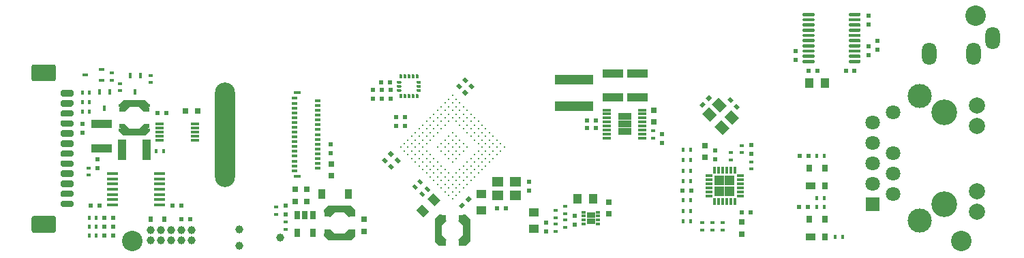
<source format=gbr>
G04 #@! TF.GenerationSoftware,KiCad,Pcbnew,5.1.9-73d0e3b20d~88~ubuntu20.04.1*
G04 #@! TF.CreationDate,2021-01-24T23:08:50+01:00*
G04 #@! TF.ProjectId,CIS,4349532e-6b69-4636-9164-5f7063625858,1.0.0*
G04 #@! TF.SameCoordinates,PX6bc3e40PY635f740*
G04 #@! TF.FileFunction,Soldermask,Top*
G04 #@! TF.FilePolarity,Negative*
%FSLAX46Y46*%
G04 Gerber Fmt 4.6, Leading zero omitted, Abs format (unit mm)*
G04 Created by KiCad (PCBNEW 5.1.9-73d0e3b20d~88~ubuntu20.04.1) date 2021-01-24 23:08:50*
%MOMM*%
%LPD*%
G01*
G04 APERTURE LIST*
%ADD10C,1.000000*%
%ADD11C,3.000000*%
%ADD12C,3.200000*%
%ADD13C,2.000000*%
%ADD14C,1.800000*%
%ADD15R,1.800000X1.800000*%
%ADD16O,2.500000X13.000000*%
%ADD17R,0.650000X0.300000*%
%ADD18R,0.800000X0.300000*%
%ADD19R,0.950000X0.400000*%
%ADD20C,2.540000*%
%ADD21R,1.300000X1.300000*%
%ADD22R,0.850000X0.300000*%
%ADD23R,0.300000X0.850000*%
%ADD24C,1.500000*%
%ADD25R,1.000000X1.250000*%
%ADD26R,0.600000X0.400000*%
%ADD27R,0.400000X0.600000*%
%ADD28R,0.450000X0.700000*%
%ADD29R,0.700000X0.450000*%
%ADD30C,0.250000*%
%ADD31R,0.600000X0.800000*%
%ADD32R,0.750000X0.800000*%
%ADD33R,0.600000X0.500000*%
%ADD34R,0.500000X0.600000*%
%ADD35R,0.800000X0.900000*%
%ADD36R,1.200000X0.900000*%
%ADD37R,0.800000X0.750000*%
%ADD38R,1.000000X2.500000*%
%ADD39R,2.500000X1.000000*%
%ADD40R,1.250000X1.000000*%
%ADD41C,0.990600*%
%ADD42R,0.775000X0.580000*%
%ADD43R,3.890000X0.310000*%
%ADD44R,4.700000X1.200000*%
%ADD45R,0.580000X0.775000*%
%ADD46R,0.310000X3.890000*%
%ADD47R,0.650000X1.060000*%
%ADD48R,1.000000X0.300000*%
%ADD49R,0.825000X0.950000*%
%ADD50R,1.450000X0.450000*%
%ADD51R,1.400000X1.200000*%
%ADD52R,0.900000X1.200000*%
%ADD53R,0.500000X0.300000*%
%ADD54R,0.990000X0.800000*%
%ADD55O,1.800000X2.800000*%
G04 APERTURE END LIST*
D10*
X15560000Y3635000D03*
X18100000Y2365000D03*
X16830000Y3635000D03*
X16830000Y2365000D03*
X18100000Y3635000D03*
X15560000Y2365000D03*
X19370000Y3635000D03*
X19370000Y2365000D03*
X20640000Y3635000D03*
X20640000Y2365000D03*
D11*
X111040000Y20260000D03*
X111040000Y4760000D03*
D12*
X114090000Y18230000D03*
X114090000Y6800000D03*
D13*
X118150000Y19140000D03*
X118150000Y16600000D03*
X118150000Y8420000D03*
D14*
X107740000Y18230000D03*
X105200000Y16960000D03*
X105200000Y14420000D03*
X107740000Y13150000D03*
X105200000Y11880000D03*
X107740000Y10610000D03*
X105200000Y9340000D03*
X107740000Y8070000D03*
D13*
X118150000Y5880000D03*
D15*
X105200000Y6800000D03*
D16*
X24800000Y15500000D03*
D17*
X36300000Y11300000D03*
D18*
X33425000Y11000000D03*
D17*
X36300000Y11900000D03*
X36300000Y12500000D03*
X36300000Y13100000D03*
X36300000Y13700000D03*
X36300000Y14300000D03*
X36300000Y14900000D03*
X36300000Y15500000D03*
X36300000Y16100000D03*
X36300000Y16700000D03*
X36300000Y17300000D03*
X36300000Y17900000D03*
X36300000Y18500000D03*
X36300000Y19100000D03*
X36300000Y19700000D03*
D18*
X33425000Y11600000D03*
X33425000Y12200000D03*
X33425000Y12800000D03*
X33425000Y13400000D03*
X33425000Y14000000D03*
X33425000Y14600000D03*
X33425000Y15200000D03*
X33425000Y15800000D03*
X33425000Y16400000D03*
X33425000Y17000000D03*
X33425000Y17600000D03*
X33425000Y18200000D03*
X33425000Y18800000D03*
X33425000Y19400000D03*
X33425000Y20000000D03*
D19*
X33700000Y20700000D03*
X33700000Y10300000D03*
D20*
X118000000Y30250000D03*
D21*
X87450000Y9750000D03*
X86150000Y9750000D03*
X87450000Y8450000D03*
X86150000Y8450000D03*
D22*
X88750000Y10350000D03*
X88750000Y9850000D03*
X88750000Y9350000D03*
X88750000Y8850000D03*
X88750000Y8350000D03*
X88750000Y7850000D03*
D23*
X88050000Y7150000D03*
X87550000Y7150000D03*
X87050000Y7150000D03*
X86550000Y7150000D03*
X86050000Y7150000D03*
X85550000Y7150000D03*
D22*
X84850000Y7850000D03*
X84850000Y8350000D03*
X84850000Y8850000D03*
X84850000Y9350000D03*
X84850000Y9850000D03*
X84850000Y10350000D03*
D23*
X85550000Y11050000D03*
X86050000Y11050000D03*
X86550000Y11050000D03*
X87050000Y11050000D03*
X87550000Y11050000D03*
X88050000Y11050000D03*
D20*
X116200000Y2250000D03*
D24*
G36*
X48311091Y9335355D02*
G01*
X48735355Y8911091D01*
X48452513Y8628249D01*
X48028249Y9052513D01*
X48311091Y9335355D01*
G37*
G36*
X48947487Y9971751D02*
G01*
X49371751Y9547487D01*
X49088909Y9264645D01*
X48664645Y9688909D01*
X48947487Y9971751D01*
G37*
D25*
X97300000Y21900000D03*
X99300000Y21900000D03*
D26*
X15500000Y22850000D03*
X15500000Y21950000D03*
D27*
X7950000Y19500000D03*
X7050000Y19500000D03*
D26*
X11700000Y20950000D03*
X11700000Y21850000D03*
D27*
X7950000Y18300000D03*
X7050000Y18300000D03*
D28*
X13600000Y20800000D03*
X12950000Y22800000D03*
X14250000Y22800000D03*
X9800000Y18800000D03*
X9150000Y20800000D03*
X10450000Y20800000D03*
D29*
X7400000Y22900000D03*
X9400000Y23550000D03*
X9400000Y22250000D03*
D26*
X10700000Y22250000D03*
X10700000Y23150000D03*
D27*
X7950000Y20700000D03*
X7050000Y20700000D03*
X81650000Y13600000D03*
X82550000Y13600000D03*
D30*
X53000000Y20339423D03*
X53459789Y19879634D03*
X53919578Y19419845D03*
X54379367Y18960056D03*
X54839156Y18500267D03*
X55298946Y18040478D03*
X55758735Y17580689D03*
X56218524Y17120900D03*
X56678313Y16661111D03*
X57138102Y16201321D03*
X57597891Y15741532D03*
X58057680Y15281743D03*
X58517469Y14821954D03*
X58977258Y14362165D03*
X59437048Y13902376D03*
X52540211Y19879634D03*
X53000000Y19419845D03*
X53459789Y18960056D03*
X53919578Y18500267D03*
X54379367Y18040478D03*
X54839156Y17580689D03*
X55298946Y17120900D03*
X55758735Y16661111D03*
X56218524Y16201321D03*
X56678313Y15741532D03*
X57138102Y15281743D03*
X57597891Y14821954D03*
X58057680Y14362165D03*
X58517469Y13902376D03*
X58977258Y13442587D03*
X52080422Y19419845D03*
X52540211Y18960056D03*
X53000000Y18500267D03*
X53459789Y18040478D03*
X53919578Y17580689D03*
X54379367Y17120900D03*
X54839156Y16661111D03*
X55298946Y16201321D03*
X55758735Y15741532D03*
X56218524Y15281743D03*
X56678313Y14821954D03*
X57138102Y14362165D03*
X57597891Y13902376D03*
X58057680Y13442587D03*
X58517469Y12982798D03*
X51620633Y18960056D03*
X52080422Y18500267D03*
X52540211Y18040478D03*
X53000000Y17580689D03*
X53459789Y17120900D03*
X53919578Y16661111D03*
X54379367Y16201321D03*
X54839156Y15741532D03*
X55298946Y15281743D03*
X55758735Y14821954D03*
X56218524Y14362165D03*
X56678313Y13902376D03*
X57138102Y13442587D03*
X57597891Y12982798D03*
X58057680Y12523009D03*
X51160844Y18500267D03*
X51620633Y18040478D03*
X52080422Y17580689D03*
X52540211Y17120900D03*
X56218524Y13442587D03*
X56678313Y12982798D03*
X57138102Y12523009D03*
X57597891Y12063219D03*
X50701054Y18040478D03*
X51160844Y17580689D03*
X51620633Y17120900D03*
X52080422Y16661111D03*
X53000000Y15741532D03*
X53459789Y15281743D03*
X53919578Y14821954D03*
X54379367Y14362165D03*
X54839156Y13902376D03*
X55758735Y12982798D03*
X56218524Y12523009D03*
X56678313Y12063219D03*
X57138102Y11603430D03*
X50241265Y17580689D03*
X50701054Y17120900D03*
X51160844Y16661111D03*
X51620633Y16201321D03*
X52540211Y15281743D03*
X53000000Y14821954D03*
X53459789Y14362165D03*
X53919578Y13902376D03*
X54379367Y13442587D03*
X55298946Y12523009D03*
X55758735Y12063219D03*
X56218524Y11603430D03*
X56678313Y11143641D03*
X49781476Y17120900D03*
X50241265Y16661111D03*
X50701054Y16201321D03*
X51160844Y15741532D03*
X52080422Y14821954D03*
X52540211Y14362165D03*
X53000000Y13902376D03*
X53459789Y13442587D03*
X53919578Y12982798D03*
X54839156Y12063219D03*
X55298946Y11603430D03*
X55758735Y11143641D03*
X56218524Y10683852D03*
X49321687Y16661111D03*
X49781476Y16201321D03*
X50241265Y15741532D03*
X50701054Y15281743D03*
X51620633Y14362165D03*
X52080422Y13902376D03*
X52540211Y13442587D03*
X53000000Y12982798D03*
X53459789Y12523009D03*
X54379367Y11603430D03*
X54839156Y11143641D03*
X55298946Y10683852D03*
X55758735Y10224063D03*
X48861898Y16201321D03*
X49321687Y15741532D03*
X49781476Y15281743D03*
X50241265Y14821954D03*
X51160844Y13902376D03*
X51620633Y13442587D03*
X52080422Y12982798D03*
X52540211Y12523009D03*
X53000000Y12063219D03*
X53919578Y11143641D03*
X54379367Y10683852D03*
X54839156Y10224063D03*
X55298946Y9764274D03*
X48402109Y15741532D03*
X48861898Y15281743D03*
X49321687Y14821954D03*
X49781476Y14362165D03*
X53459789Y10683852D03*
X53919578Y10224063D03*
X54379367Y9764274D03*
X54839156Y9304485D03*
X47942320Y15281743D03*
X48402109Y14821954D03*
X48861898Y14362165D03*
X49321687Y13902376D03*
X49781476Y13442587D03*
X50241265Y12982798D03*
X50701054Y12523009D03*
X51160844Y12063219D03*
X51620633Y11603430D03*
X52080422Y11143641D03*
X52540211Y10683852D03*
X53000000Y10224063D03*
X53459789Y9764274D03*
X53919578Y9304485D03*
X54379367Y8844696D03*
X47482531Y14821954D03*
X47942320Y14362165D03*
X48402109Y13902376D03*
X48861898Y13442587D03*
X49321687Y12982798D03*
X49781476Y12523009D03*
X50241265Y12063219D03*
X50701054Y11603430D03*
X51160844Y11143641D03*
X51620633Y10683852D03*
X52080422Y10224063D03*
X52540211Y9764274D03*
X53000000Y9304485D03*
X53459789Y8844696D03*
X53919578Y8384907D03*
X47022742Y14362165D03*
X47482531Y13902376D03*
X47942320Y13442587D03*
X48402109Y12982798D03*
X48861898Y12523009D03*
X49321687Y12063219D03*
X49781476Y11603430D03*
X50241265Y11143641D03*
X50701054Y10683852D03*
X51160844Y10224063D03*
X51620633Y9764274D03*
X52080422Y9304485D03*
X52540211Y8844696D03*
X53000000Y8384907D03*
X53459789Y7925117D03*
X46562952Y13902376D03*
X47022742Y13442587D03*
X47482531Y12982798D03*
X47942320Y12523009D03*
X48402109Y12063219D03*
X48861898Y11603430D03*
X49321687Y11143641D03*
X49781476Y10683852D03*
X50241265Y10224063D03*
X50701054Y9764274D03*
X51160844Y9304485D03*
X51620633Y8844696D03*
X52080422Y8384907D03*
X52540211Y7925117D03*
X53000000Y7465328D03*
D24*
G36*
X54246446Y7100000D02*
G01*
X54600000Y6746446D01*
X54175736Y6322182D01*
X53822182Y6675736D01*
X54246446Y7100000D01*
G37*
G36*
X55024264Y7877818D02*
G01*
X55377818Y7524264D01*
X54953554Y7100000D01*
X54600000Y7453554D01*
X55024264Y7877818D01*
G37*
D26*
X88900000Y13250000D03*
X88900000Y14150000D03*
D31*
X15550000Y5000000D03*
X17250000Y5000000D03*
D26*
X84000000Y4550000D03*
X84000000Y3650000D03*
D24*
G36*
X84803554Y19650000D02*
G01*
X84450000Y20003554D01*
X84874264Y20427818D01*
X85227818Y20074264D01*
X84803554Y19650000D01*
G37*
G36*
X84025736Y18872182D02*
G01*
X83672182Y19225736D01*
X84096446Y19650000D01*
X84450000Y19296446D01*
X84025736Y18872182D01*
G37*
G36*
X87900000Y19753554D02*
G01*
X87546446Y19400000D01*
X87122182Y19824264D01*
X87475736Y20177818D01*
X87900000Y19753554D01*
G37*
G36*
X88677818Y18975736D02*
G01*
X88324264Y18622182D01*
X87900000Y19046446D01*
X88253554Y19400000D01*
X88677818Y18975736D01*
G37*
D32*
X84400000Y14150000D03*
X84400000Y12650000D03*
D33*
X81550000Y8500000D03*
X82650000Y8500000D03*
D34*
X90100000Y14200000D03*
X90100000Y13100000D03*
D32*
X88950000Y3100000D03*
X88950000Y4600000D03*
D27*
X81650000Y7300000D03*
X82550000Y7300000D03*
D26*
X90100000Y11200000D03*
X90100000Y12100000D03*
D27*
X99150000Y6500000D03*
X98250000Y6500000D03*
X100550000Y2800000D03*
X101450000Y2800000D03*
X99150000Y12800000D03*
X98250000Y12800000D03*
X99150000Y7600000D03*
X98250000Y7600000D03*
X82550000Y9700000D03*
X81650000Y9700000D03*
X82550000Y12300000D03*
X81650000Y12300000D03*
X82550000Y11000000D03*
X81650000Y11000000D03*
X82550000Y4700000D03*
X81650000Y4700000D03*
X81650000Y6000000D03*
X82550000Y6000000D03*
D26*
X85300000Y4550000D03*
X85300000Y3650000D03*
X86550000Y3650000D03*
X86550000Y4550000D03*
D33*
X96050000Y6500000D03*
X97150000Y6500000D03*
X96150000Y12800000D03*
X97250000Y12800000D03*
D35*
X97330000Y5000000D03*
X99230000Y5000000D03*
X99230000Y2800000D03*
D36*
X97510000Y2800000D03*
D35*
X97330000Y11320000D03*
X99230000Y11320000D03*
X99230000Y9120000D03*
D36*
X97510000Y9120000D03*
D32*
X42000000Y3450000D03*
X42000000Y4950000D03*
D37*
X19850000Y18400000D03*
X21350000Y18400000D03*
D32*
X72400000Y5600000D03*
X72400000Y7100000D03*
D34*
X68200000Y4300000D03*
X68200000Y5400000D03*
D33*
X17500000Y18200000D03*
X16400000Y18200000D03*
D34*
X79000000Y15550000D03*
X79000000Y14450000D03*
D33*
X59650000Y6300000D03*
X58550000Y6300000D03*
D34*
X62500000Y9600000D03*
X62500000Y8500000D03*
X32300000Y5550000D03*
X32300000Y6650000D03*
D25*
X70500000Y7500000D03*
X68500000Y7500000D03*
D33*
X9800000Y2900000D03*
X10900000Y2900000D03*
X9800000Y4000000D03*
X10900000Y4000000D03*
X9800000Y5100000D03*
X10900000Y5100000D03*
X19350000Y6700000D03*
X18250000Y6700000D03*
D38*
X12000000Y13600000D03*
X15000000Y13600000D03*
D39*
X76000000Y23100000D03*
X76000000Y20100000D03*
D34*
X8900000Y11350000D03*
X8900000Y12450000D03*
D33*
X8050000Y6700000D03*
X9150000Y6700000D03*
D39*
X9400000Y16800000D03*
X9400000Y13800000D03*
D34*
X7100000Y15750000D03*
X7100000Y16850000D03*
D33*
X98350000Y23400000D03*
X97250000Y23400000D03*
X101850000Y23400000D03*
X102950000Y23400000D03*
D34*
X45300000Y21050000D03*
X45300000Y19950000D03*
X44200000Y19950000D03*
X44200000Y21050000D03*
X104700000Y25350000D03*
X104700000Y26450000D03*
X105800000Y27150000D03*
X105800000Y26050000D03*
X104700000Y30250000D03*
X104700000Y29150000D03*
X95600000Y25850000D03*
X95600000Y24750000D03*
D33*
X45250000Y22000000D03*
X44150000Y22000000D03*
D40*
X56600000Y8100000D03*
X56600000Y6100000D03*
D24*
G36*
X49204505Y6788388D02*
G01*
X50088388Y5904505D01*
X49381281Y5197398D01*
X48497398Y6081281D01*
X49204505Y6788388D01*
G37*
G36*
X50618719Y8202602D02*
G01*
X51502602Y7318719D01*
X50795495Y6611612D01*
X49911612Y7495495D01*
X50618719Y8202602D01*
G37*
G36*
X54200000Y21453554D02*
G01*
X53846446Y21100000D01*
X53422182Y21524264D01*
X53775736Y21877818D01*
X54200000Y21453554D01*
G37*
G36*
X54977818Y20675736D02*
G01*
X54624264Y20322182D01*
X54200000Y20746446D01*
X54553554Y21100000D01*
X54977818Y20675736D01*
G37*
G36*
X45800000Y13053554D02*
G01*
X45446446Y12700000D01*
X45022182Y13124264D01*
X45375736Y13477818D01*
X45800000Y13053554D01*
G37*
G36*
X46577818Y12275736D02*
G01*
X46224264Y11922182D01*
X45800000Y12346446D01*
X46153554Y12700000D01*
X46577818Y12275736D01*
G37*
D33*
X46050000Y16600000D03*
X47150000Y16600000D03*
X19350000Y5000000D03*
X20450000Y5000000D03*
X69700000Y17200000D03*
X70800000Y17200000D03*
D39*
X72900000Y23100000D03*
X72900000Y20100000D03*
D41*
X31640000Y2700000D03*
X26560000Y1684000D03*
X26560000Y3716000D03*
D24*
G36*
X40764500Y3170000D02*
G01*
X39575500Y3170000D01*
X40169500Y3750000D01*
X40170500Y3750000D01*
X40764500Y3170000D01*
G37*
G36*
X38424500Y3170000D02*
G01*
X37235500Y3170000D01*
X37829500Y3750000D01*
X37830500Y3750000D01*
X38424500Y3170000D01*
G37*
G36*
X39575500Y5830000D02*
G01*
X40764500Y5830000D01*
X40170500Y5250000D01*
X40169500Y5250000D01*
X39575500Y5830000D01*
G37*
G36*
X37235500Y5830000D02*
G01*
X38424500Y5830000D01*
X37830500Y5250000D01*
X37829500Y5250000D01*
X37235500Y5830000D01*
G37*
D42*
X37442000Y5540000D03*
X40557000Y5540000D03*
X40557000Y3460000D03*
D24*
G36*
X37055000Y2860000D02*
G01*
X40945000Y2860000D01*
X40395000Y2300000D01*
X37605000Y2300000D01*
X37055000Y2860000D01*
G37*
G36*
X40945000Y6140000D02*
G01*
X37055000Y6140000D01*
X37605000Y6700000D01*
X40395000Y6700000D01*
X40945000Y6140000D01*
G37*
D43*
X39000000Y3015000D03*
X39000000Y5985000D03*
D42*
X37443000Y3460000D03*
D24*
G36*
X11735500Y18910000D02*
G01*
X12924500Y18910000D01*
X12330500Y18330000D01*
X12329500Y18330000D01*
X11735500Y18910000D01*
G37*
G36*
X14075500Y18910000D02*
G01*
X15264500Y18910000D01*
X14670500Y18330000D01*
X14669500Y18330000D01*
X14075500Y18910000D01*
G37*
G36*
X12924500Y16250000D02*
G01*
X11735500Y16250000D01*
X12329500Y16830000D01*
X12330500Y16830000D01*
X12924500Y16250000D01*
G37*
G36*
X15264500Y16250000D02*
G01*
X14075500Y16250000D01*
X14669500Y16830000D01*
X14670500Y16830000D01*
X15264500Y16250000D01*
G37*
D42*
X15058000Y16540000D03*
X11943000Y16540000D03*
X11943000Y18620000D03*
D24*
G36*
X15445000Y19220000D02*
G01*
X11555000Y19220000D01*
X12105000Y19780000D01*
X14895000Y19780000D01*
X15445000Y19220000D01*
G37*
G36*
X11555000Y15940000D02*
G01*
X15445000Y15940000D01*
X14895000Y15380000D01*
X12105000Y15380000D01*
X11555000Y15940000D01*
G37*
D43*
X13500000Y19065000D03*
X13500000Y16095000D03*
D42*
X15057000Y18620000D03*
D44*
X68100000Y22355000D03*
X68100000Y19045000D03*
D24*
G36*
X54330000Y5364500D02*
G01*
X54330000Y4175500D01*
X53750000Y4769500D01*
X53750000Y4770500D01*
X54330000Y5364500D01*
G37*
G36*
X54330000Y3024500D02*
G01*
X54330000Y1835500D01*
X53750000Y2429500D01*
X53750000Y2430500D01*
X54330000Y3024500D01*
G37*
G36*
X51670000Y4175500D02*
G01*
X51670000Y5364500D01*
X52250000Y4770500D01*
X52250000Y4769500D01*
X51670000Y4175500D01*
G37*
G36*
X51670000Y1835500D02*
G01*
X51670000Y3024500D01*
X52250000Y2430500D01*
X52250000Y2429500D01*
X51670000Y1835500D01*
G37*
D45*
X51960000Y2042000D03*
X51960000Y5157000D03*
X54040000Y5157000D03*
D24*
G36*
X54640000Y1655000D02*
G01*
X54640000Y5545000D01*
X55200000Y4995000D01*
X55200000Y2205000D01*
X54640000Y1655000D01*
G37*
G36*
X51360000Y5545000D02*
G01*
X51360000Y1655000D01*
X50800000Y2205000D01*
X50800000Y4995000D01*
X51360000Y5545000D01*
G37*
D46*
X54485000Y3600000D03*
X51515000Y3600000D03*
D45*
X54040000Y2043000D03*
D27*
X16250000Y13400000D03*
X17150000Y13400000D03*
D26*
X77900000Y15050000D03*
X77900000Y15950000D03*
X67000000Y3950000D03*
X67000000Y4850000D03*
X31100000Y5550000D03*
X31100000Y6450000D03*
X32300000Y3700000D03*
X32300000Y4600000D03*
X67000000Y6550000D03*
X67000000Y5650000D03*
X65800000Y5150000D03*
X65800000Y6050000D03*
X65800000Y4350000D03*
X65800000Y3450000D03*
D27*
X7900000Y2900000D03*
X8800000Y2900000D03*
X7900000Y4000000D03*
X8800000Y4000000D03*
X7900000Y5100000D03*
X8800000Y5100000D03*
D26*
X7800000Y10450000D03*
X7800000Y11350000D03*
X87600000Y12350000D03*
X87600000Y13250000D03*
D24*
G36*
X49988909Y8364645D02*
G01*
X49564645Y8788909D01*
X49847487Y9071751D01*
X50271751Y8647487D01*
X49988909Y8364645D01*
G37*
G36*
X49352513Y7728249D02*
G01*
X48928249Y8152513D01*
X49211091Y8435355D01*
X49635355Y8011091D01*
X49352513Y7728249D01*
G37*
D47*
X35650000Y3300000D03*
X33750000Y3300000D03*
X33750000Y5500000D03*
X34700000Y5500000D03*
X35650000Y5500000D03*
D48*
X16600000Y14800000D03*
X16600000Y15300000D03*
X16600000Y15800000D03*
X16600000Y16300000D03*
X16600000Y16800000D03*
X21000000Y16800000D03*
X21000000Y16300000D03*
X21000000Y15800000D03*
X21000000Y15300000D03*
X21000000Y14800000D03*
D49*
X74800000Y15850000D03*
X74800000Y16800000D03*
X74800000Y17750000D03*
X74000000Y17750000D03*
X74000000Y16800000D03*
X74000000Y15850000D03*
D48*
X72200000Y18550000D03*
X72200000Y18050000D03*
X72200000Y17550000D03*
X76600000Y18550000D03*
X76600000Y18050000D03*
X76600000Y17550000D03*
X72200000Y15050000D03*
X72200000Y15550000D03*
X72200000Y16050000D03*
X72200000Y16550000D03*
X72200000Y17050000D03*
X76600000Y17050000D03*
X76600000Y16550000D03*
X76600000Y16050000D03*
X76600000Y15550000D03*
X76600000Y15050000D03*
D50*
X10750000Y6750000D03*
X10750000Y7400000D03*
X10750000Y8050000D03*
X10750000Y8700000D03*
X10750000Y9350000D03*
X10750000Y10000000D03*
X10750000Y10650000D03*
X16650000Y10650000D03*
X16650000Y10000000D03*
X16650000Y9350000D03*
X16650000Y8700000D03*
X16650000Y8050000D03*
X16650000Y7400000D03*
X16650000Y6750000D03*
G36*
G01*
X97975000Y24675000D02*
X97975000Y24475000D01*
G75*
G02*
X97875000Y24375000I-100000J0D01*
G01*
X96600000Y24375000D01*
G75*
G02*
X96500000Y24475000I0J100000D01*
G01*
X96500000Y24675000D01*
G75*
G02*
X96600000Y24775000I100000J0D01*
G01*
X97875000Y24775000D01*
G75*
G02*
X97975000Y24675000I0J-100000D01*
G01*
G37*
G36*
G01*
X97975000Y25325000D02*
X97975000Y25125000D01*
G75*
G02*
X97875000Y25025000I-100000J0D01*
G01*
X96600000Y25025000D01*
G75*
G02*
X96500000Y25125000I0J100000D01*
G01*
X96500000Y25325000D01*
G75*
G02*
X96600000Y25425000I100000J0D01*
G01*
X97875000Y25425000D01*
G75*
G02*
X97975000Y25325000I0J-100000D01*
G01*
G37*
G36*
G01*
X97975000Y25975000D02*
X97975000Y25775000D01*
G75*
G02*
X97875000Y25675000I-100000J0D01*
G01*
X96600000Y25675000D01*
G75*
G02*
X96500000Y25775000I0J100000D01*
G01*
X96500000Y25975000D01*
G75*
G02*
X96600000Y26075000I100000J0D01*
G01*
X97875000Y26075000D01*
G75*
G02*
X97975000Y25975000I0J-100000D01*
G01*
G37*
G36*
G01*
X97975000Y26625000D02*
X97975000Y26425000D01*
G75*
G02*
X97875000Y26325000I-100000J0D01*
G01*
X96600000Y26325000D01*
G75*
G02*
X96500000Y26425000I0J100000D01*
G01*
X96500000Y26625000D01*
G75*
G02*
X96600000Y26725000I100000J0D01*
G01*
X97875000Y26725000D01*
G75*
G02*
X97975000Y26625000I0J-100000D01*
G01*
G37*
G36*
G01*
X97975000Y27275000D02*
X97975000Y27075000D01*
G75*
G02*
X97875000Y26975000I-100000J0D01*
G01*
X96600000Y26975000D01*
G75*
G02*
X96500000Y27075000I0J100000D01*
G01*
X96500000Y27275000D01*
G75*
G02*
X96600000Y27375000I100000J0D01*
G01*
X97875000Y27375000D01*
G75*
G02*
X97975000Y27275000I0J-100000D01*
G01*
G37*
G36*
G01*
X97975000Y27925000D02*
X97975000Y27725000D01*
G75*
G02*
X97875000Y27625000I-100000J0D01*
G01*
X96600000Y27625000D01*
G75*
G02*
X96500000Y27725000I0J100000D01*
G01*
X96500000Y27925000D01*
G75*
G02*
X96600000Y28025000I100000J0D01*
G01*
X97875000Y28025000D01*
G75*
G02*
X97975000Y27925000I0J-100000D01*
G01*
G37*
G36*
G01*
X97975000Y28575000D02*
X97975000Y28375000D01*
G75*
G02*
X97875000Y28275000I-100000J0D01*
G01*
X96600000Y28275000D01*
G75*
G02*
X96500000Y28375000I0J100000D01*
G01*
X96500000Y28575000D01*
G75*
G02*
X96600000Y28675000I100000J0D01*
G01*
X97875000Y28675000D01*
G75*
G02*
X97975000Y28575000I0J-100000D01*
G01*
G37*
G36*
G01*
X97975000Y29225000D02*
X97975000Y29025000D01*
G75*
G02*
X97875000Y28925000I-100000J0D01*
G01*
X96600000Y28925000D01*
G75*
G02*
X96500000Y29025000I0J100000D01*
G01*
X96500000Y29225000D01*
G75*
G02*
X96600000Y29325000I100000J0D01*
G01*
X97875000Y29325000D01*
G75*
G02*
X97975000Y29225000I0J-100000D01*
G01*
G37*
G36*
G01*
X97975000Y29875000D02*
X97975000Y29675000D01*
G75*
G02*
X97875000Y29575000I-100000J0D01*
G01*
X96600000Y29575000D01*
G75*
G02*
X96500000Y29675000I0J100000D01*
G01*
X96500000Y29875000D01*
G75*
G02*
X96600000Y29975000I100000J0D01*
G01*
X97875000Y29975000D01*
G75*
G02*
X97975000Y29875000I0J-100000D01*
G01*
G37*
G36*
G01*
X97975000Y30525000D02*
X97975000Y30325000D01*
G75*
G02*
X97875000Y30225000I-100000J0D01*
G01*
X96600000Y30225000D01*
G75*
G02*
X96500000Y30325000I0J100000D01*
G01*
X96500000Y30525000D01*
G75*
G02*
X96600000Y30625000I100000J0D01*
G01*
X97875000Y30625000D01*
G75*
G02*
X97975000Y30525000I0J-100000D01*
G01*
G37*
G36*
G01*
X103700000Y30525000D02*
X103700000Y30325000D01*
G75*
G02*
X103600000Y30225000I-100000J0D01*
G01*
X102325000Y30225000D01*
G75*
G02*
X102225000Y30325000I0J100000D01*
G01*
X102225000Y30525000D01*
G75*
G02*
X102325000Y30625000I100000J0D01*
G01*
X103600000Y30625000D01*
G75*
G02*
X103700000Y30525000I0J-100000D01*
G01*
G37*
G36*
G01*
X103700000Y29875000D02*
X103700000Y29675000D01*
G75*
G02*
X103600000Y29575000I-100000J0D01*
G01*
X102325000Y29575000D01*
G75*
G02*
X102225000Y29675000I0J100000D01*
G01*
X102225000Y29875000D01*
G75*
G02*
X102325000Y29975000I100000J0D01*
G01*
X103600000Y29975000D01*
G75*
G02*
X103700000Y29875000I0J-100000D01*
G01*
G37*
G36*
G01*
X103700000Y29225000D02*
X103700000Y29025000D01*
G75*
G02*
X103600000Y28925000I-100000J0D01*
G01*
X102325000Y28925000D01*
G75*
G02*
X102225000Y29025000I0J100000D01*
G01*
X102225000Y29225000D01*
G75*
G02*
X102325000Y29325000I100000J0D01*
G01*
X103600000Y29325000D01*
G75*
G02*
X103700000Y29225000I0J-100000D01*
G01*
G37*
G36*
G01*
X103700000Y28575000D02*
X103700000Y28375000D01*
G75*
G02*
X103600000Y28275000I-100000J0D01*
G01*
X102325000Y28275000D01*
G75*
G02*
X102225000Y28375000I0J100000D01*
G01*
X102225000Y28575000D01*
G75*
G02*
X102325000Y28675000I100000J0D01*
G01*
X103600000Y28675000D01*
G75*
G02*
X103700000Y28575000I0J-100000D01*
G01*
G37*
G36*
G01*
X103700000Y27925000D02*
X103700000Y27725000D01*
G75*
G02*
X103600000Y27625000I-100000J0D01*
G01*
X102325000Y27625000D01*
G75*
G02*
X102225000Y27725000I0J100000D01*
G01*
X102225000Y27925000D01*
G75*
G02*
X102325000Y28025000I100000J0D01*
G01*
X103600000Y28025000D01*
G75*
G02*
X103700000Y27925000I0J-100000D01*
G01*
G37*
G36*
G01*
X103700000Y27275000D02*
X103700000Y27075000D01*
G75*
G02*
X103600000Y26975000I-100000J0D01*
G01*
X102325000Y26975000D01*
G75*
G02*
X102225000Y27075000I0J100000D01*
G01*
X102225000Y27275000D01*
G75*
G02*
X102325000Y27375000I100000J0D01*
G01*
X103600000Y27375000D01*
G75*
G02*
X103700000Y27275000I0J-100000D01*
G01*
G37*
G36*
G01*
X103700000Y26625000D02*
X103700000Y26425000D01*
G75*
G02*
X103600000Y26325000I-100000J0D01*
G01*
X102325000Y26325000D01*
G75*
G02*
X102225000Y26425000I0J100000D01*
G01*
X102225000Y26625000D01*
G75*
G02*
X102325000Y26725000I100000J0D01*
G01*
X103600000Y26725000D01*
G75*
G02*
X103700000Y26625000I0J-100000D01*
G01*
G37*
G36*
G01*
X103700000Y25975000D02*
X103700000Y25775000D01*
G75*
G02*
X103600000Y25675000I-100000J0D01*
G01*
X102325000Y25675000D01*
G75*
G02*
X102225000Y25775000I0J100000D01*
G01*
X102225000Y25975000D01*
G75*
G02*
X102325000Y26075000I100000J0D01*
G01*
X103600000Y26075000D01*
G75*
G02*
X103700000Y25975000I0J-100000D01*
G01*
G37*
G36*
G01*
X103700000Y25325000D02*
X103700000Y25125000D01*
G75*
G02*
X103600000Y25025000I-100000J0D01*
G01*
X102325000Y25025000D01*
G75*
G02*
X102225000Y25125000I0J100000D01*
G01*
X102225000Y25325000D01*
G75*
G02*
X102325000Y25425000I100000J0D01*
G01*
X103600000Y25425000D01*
G75*
G02*
X103700000Y25325000I0J-100000D01*
G01*
G37*
G36*
G01*
X103700000Y24675000D02*
X103700000Y24475000D01*
G75*
G02*
X103600000Y24375000I-100000J0D01*
G01*
X102325000Y24375000D01*
G75*
G02*
X102225000Y24475000I0J100000D01*
G01*
X102225000Y24675000D01*
G75*
G02*
X102325000Y24775000I100000J0D01*
G01*
X103600000Y24775000D01*
G75*
G02*
X103700000Y24675000I0J-100000D01*
G01*
G37*
D24*
G36*
X84001903Y18047488D02*
G01*
X84850431Y18896016D01*
X85840381Y17906066D01*
X84991853Y17057538D01*
X84001903Y18047488D01*
G37*
G36*
X85557538Y16491853D02*
G01*
X86406066Y17340381D01*
X87396016Y16350431D01*
X86547488Y15501903D01*
X85557538Y16491853D01*
G37*
G36*
X86759619Y17693934D02*
G01*
X87608147Y18542462D01*
X88598097Y17552512D01*
X87749569Y16703984D01*
X86759619Y17693934D01*
G37*
G36*
X85203984Y19249569D02*
G01*
X86052512Y20098097D01*
X87042462Y19108147D01*
X86193934Y18259619D01*
X85203984Y19249569D01*
G37*
D51*
X58600000Y7950000D03*
X60800000Y7950000D03*
X60800000Y9650000D03*
X58600000Y9650000D03*
D20*
X13250000Y2250000D03*
D34*
X37900000Y13150000D03*
X37900000Y14250000D03*
X85600000Y12450000D03*
X85600000Y13550000D03*
D33*
X69700000Y16300000D03*
X70800000Y16300000D03*
D32*
X78000000Y18550000D03*
X78000000Y17050000D03*
X34900000Y8650000D03*
X34900000Y7150000D03*
X38000000Y11850000D03*
X38000000Y10350000D03*
X33500000Y8650000D03*
X33500000Y7150000D03*
D34*
X43100000Y21050000D03*
X43100000Y19950000D03*
D24*
G36*
X55777818Y21475736D02*
G01*
X55424264Y21122182D01*
X55000000Y21546446D01*
X55353554Y21900000D01*
X55777818Y21475736D01*
G37*
G36*
X55000000Y22253554D02*
G01*
X54646446Y21900000D01*
X54222182Y22324264D01*
X54575736Y22677818D01*
X55000000Y22253554D01*
G37*
G36*
X45000000Y12253554D02*
G01*
X44646446Y11900000D01*
X44222182Y12324264D01*
X44575736Y12677818D01*
X45000000Y12253554D01*
G37*
G36*
X45777818Y11475736D02*
G01*
X45424264Y11122182D01*
X45000000Y11546446D01*
X45353554Y11900000D01*
X45777818Y11475736D01*
G37*
D33*
X46050000Y17700000D03*
X47150000Y17700000D03*
D34*
X64600000Y3450000D03*
X64600000Y4550000D03*
D40*
X63100000Y5800000D03*
X63100000Y3800000D03*
D33*
X88900000Y5850000D03*
X90000000Y5850000D03*
D52*
X36750000Y8100000D03*
X40050000Y8100000D03*
D53*
X69300000Y5850000D03*
X69300000Y5350000D03*
X69300000Y4850000D03*
X69300000Y4350000D03*
X71100000Y4350000D03*
X71100000Y4850000D03*
X71100000Y5350000D03*
X71100000Y5850000D03*
D54*
X70200000Y4700000D03*
X70200000Y5500000D03*
D55*
X120100000Y27500000D03*
X117700000Y25500000D03*
X112200000Y25500000D03*
G36*
G01*
X46687500Y20000000D02*
X46512500Y20000000D01*
G75*
G02*
X46425000Y20087500I0J87500D01*
G01*
X46425000Y20462500D01*
G75*
G02*
X46512500Y20550000I87500J0D01*
G01*
X46687500Y20550000D01*
G75*
G02*
X46775000Y20462500I0J-87500D01*
G01*
X46775000Y20087500D01*
G75*
G02*
X46687500Y20000000I-87500J0D01*
G01*
G37*
G36*
G01*
X47187500Y20000000D02*
X47012500Y20000000D01*
G75*
G02*
X46925000Y20087500I0J87500D01*
G01*
X46925000Y20462500D01*
G75*
G02*
X47012500Y20550000I87500J0D01*
G01*
X47187500Y20550000D01*
G75*
G02*
X47275000Y20462500I0J-87500D01*
G01*
X47275000Y20087500D01*
G75*
G02*
X47187500Y20000000I-87500J0D01*
G01*
G37*
G36*
G01*
X47687500Y20000000D02*
X47512500Y20000000D01*
G75*
G02*
X47425000Y20087500I0J87500D01*
G01*
X47425000Y20462500D01*
G75*
G02*
X47512500Y20550000I87500J0D01*
G01*
X47687500Y20550000D01*
G75*
G02*
X47775000Y20462500I0J-87500D01*
G01*
X47775000Y20087500D01*
G75*
G02*
X47687500Y20000000I-87500J0D01*
G01*
G37*
G36*
G01*
X48187500Y20000000D02*
X48012500Y20000000D01*
G75*
G02*
X47925000Y20087500I0J87500D01*
G01*
X47925000Y20462500D01*
G75*
G02*
X48012500Y20550000I87500J0D01*
G01*
X48187500Y20550000D01*
G75*
G02*
X48275000Y20462500I0J-87500D01*
G01*
X48275000Y20087500D01*
G75*
G02*
X48187500Y20000000I-87500J0D01*
G01*
G37*
G36*
G01*
X48687500Y20000000D02*
X48512500Y20000000D01*
G75*
G02*
X48425000Y20087500I0J87500D01*
G01*
X48425000Y20462500D01*
G75*
G02*
X48512500Y20550000I87500J0D01*
G01*
X48687500Y20550000D01*
G75*
G02*
X48775000Y20462500I0J-87500D01*
G01*
X48775000Y20087500D01*
G75*
G02*
X48687500Y20000000I-87500J0D01*
G01*
G37*
G36*
G01*
X49012500Y20825000D02*
X48637500Y20825000D01*
G75*
G02*
X48550000Y20912500I0J87500D01*
G01*
X48550000Y21087500D01*
G75*
G02*
X48637500Y21175000I87500J0D01*
G01*
X49012500Y21175000D01*
G75*
G02*
X49100000Y21087500I0J-87500D01*
G01*
X49100000Y20912500D01*
G75*
G02*
X49012500Y20825000I-87500J0D01*
G01*
G37*
G36*
G01*
X49012500Y21325000D02*
X48637500Y21325000D01*
G75*
G02*
X48550000Y21412500I0J87500D01*
G01*
X48550000Y21587500D01*
G75*
G02*
X48637500Y21675000I87500J0D01*
G01*
X49012500Y21675000D01*
G75*
G02*
X49100000Y21587500I0J-87500D01*
G01*
X49100000Y21412500D01*
G75*
G02*
X49012500Y21325000I-87500J0D01*
G01*
G37*
G36*
G01*
X49012500Y21825000D02*
X48637500Y21825000D01*
G75*
G02*
X48550000Y21912500I0J87500D01*
G01*
X48550000Y22087500D01*
G75*
G02*
X48637500Y22175000I87500J0D01*
G01*
X49012500Y22175000D01*
G75*
G02*
X49100000Y22087500I0J-87500D01*
G01*
X49100000Y21912500D01*
G75*
G02*
X49012500Y21825000I-87500J0D01*
G01*
G37*
G36*
G01*
X48687500Y22450000D02*
X48512500Y22450000D01*
G75*
G02*
X48425000Y22537500I0J87500D01*
G01*
X48425000Y22912500D01*
G75*
G02*
X48512500Y23000000I87500J0D01*
G01*
X48687500Y23000000D01*
G75*
G02*
X48775000Y22912500I0J-87500D01*
G01*
X48775000Y22537500D01*
G75*
G02*
X48687500Y22450000I-87500J0D01*
G01*
G37*
G36*
G01*
X48187500Y22450000D02*
X48012500Y22450000D01*
G75*
G02*
X47925000Y22537500I0J87500D01*
G01*
X47925000Y22912500D01*
G75*
G02*
X48012500Y23000000I87500J0D01*
G01*
X48187500Y23000000D01*
G75*
G02*
X48275000Y22912500I0J-87500D01*
G01*
X48275000Y22537500D01*
G75*
G02*
X48187500Y22450000I-87500J0D01*
G01*
G37*
G36*
G01*
X47687500Y22450000D02*
X47512500Y22450000D01*
G75*
G02*
X47425000Y22537500I0J87500D01*
G01*
X47425000Y22912500D01*
G75*
G02*
X47512500Y23000000I87500J0D01*
G01*
X47687500Y23000000D01*
G75*
G02*
X47775000Y22912500I0J-87500D01*
G01*
X47775000Y22537500D01*
G75*
G02*
X47687500Y22450000I-87500J0D01*
G01*
G37*
G36*
G01*
X47187500Y22450000D02*
X47012500Y22450000D01*
G75*
G02*
X46925000Y22537500I0J87500D01*
G01*
X46925000Y22912500D01*
G75*
G02*
X47012500Y23000000I87500J0D01*
G01*
X47187500Y23000000D01*
G75*
G02*
X47275000Y22912500I0J-87500D01*
G01*
X47275000Y22537500D01*
G75*
G02*
X47187500Y22450000I-87500J0D01*
G01*
G37*
G36*
G01*
X46687500Y22450000D02*
X46512500Y22450000D01*
G75*
G02*
X46425000Y22537500I0J87500D01*
G01*
X46425000Y22912500D01*
G75*
G02*
X46512500Y23000000I87500J0D01*
G01*
X46687500Y23000000D01*
G75*
G02*
X46775000Y22912500I0J-87500D01*
G01*
X46775000Y22537500D01*
G75*
G02*
X46687500Y22450000I-87500J0D01*
G01*
G37*
G36*
G01*
X46562500Y21825000D02*
X46187500Y21825000D01*
G75*
G02*
X46100000Y21912500I0J87500D01*
G01*
X46100000Y22087500D01*
G75*
G02*
X46187500Y22175000I87500J0D01*
G01*
X46562500Y22175000D01*
G75*
G02*
X46650000Y22087500I0J-87500D01*
G01*
X46650000Y21912500D01*
G75*
G02*
X46562500Y21825000I-87500J0D01*
G01*
G37*
G36*
G01*
X46562500Y21325000D02*
X46187500Y21325000D01*
G75*
G02*
X46100000Y21412500I0J87500D01*
G01*
X46100000Y21587500D01*
G75*
G02*
X46187500Y21675000I87500J0D01*
G01*
X46562500Y21675000D01*
G75*
G02*
X46650000Y21587500I0J-87500D01*
G01*
X46650000Y21412500D01*
G75*
G02*
X46562500Y21325000I-87500J0D01*
G01*
G37*
G36*
G01*
X46562500Y20825000D02*
X46187500Y20825000D01*
G75*
G02*
X46100000Y20912500I0J87500D01*
G01*
X46100000Y21087500D01*
G75*
G02*
X46187500Y21175000I87500J0D01*
G01*
X46562500Y21175000D01*
G75*
G02*
X46650000Y21087500I0J-87500D01*
G01*
X46650000Y20912500D01*
G75*
G02*
X46562500Y20825000I-87500J0D01*
G01*
G37*
G36*
G01*
X4550000Y21025000D02*
X5750000Y21025000D01*
G75*
G02*
X5950000Y20825000I0J-200000D01*
G01*
X5950000Y20425000D01*
G75*
G02*
X5750000Y20225000I-200000J0D01*
G01*
X4550000Y20225000D01*
G75*
G02*
X4350000Y20425000I0J200000D01*
G01*
X4350000Y20825000D01*
G75*
G02*
X4550000Y21025000I200000J0D01*
G01*
G37*
G36*
G01*
X4550000Y19775000D02*
X5750000Y19775000D01*
G75*
G02*
X5950000Y19575000I0J-200000D01*
G01*
X5950000Y19175000D01*
G75*
G02*
X5750000Y18975000I-200000J0D01*
G01*
X4550000Y18975000D01*
G75*
G02*
X4350000Y19175000I0J200000D01*
G01*
X4350000Y19575000D01*
G75*
G02*
X4550000Y19775000I200000J0D01*
G01*
G37*
G36*
G01*
X4550000Y18525000D02*
X5750000Y18525000D01*
G75*
G02*
X5950000Y18325000I0J-200000D01*
G01*
X5950000Y17925000D01*
G75*
G02*
X5750000Y17725000I-200000J0D01*
G01*
X4550000Y17725000D01*
G75*
G02*
X4350000Y17925000I0J200000D01*
G01*
X4350000Y18325000D01*
G75*
G02*
X4550000Y18525000I200000J0D01*
G01*
G37*
G36*
G01*
X4550000Y17275000D02*
X5750000Y17275000D01*
G75*
G02*
X5950000Y17075000I0J-200000D01*
G01*
X5950000Y16675000D01*
G75*
G02*
X5750000Y16475000I-200000J0D01*
G01*
X4550000Y16475000D01*
G75*
G02*
X4350000Y16675000I0J200000D01*
G01*
X4350000Y17075000D01*
G75*
G02*
X4550000Y17275000I200000J0D01*
G01*
G37*
G36*
G01*
X4550000Y16025000D02*
X5750000Y16025000D01*
G75*
G02*
X5950000Y15825000I0J-200000D01*
G01*
X5950000Y15425000D01*
G75*
G02*
X5750000Y15225000I-200000J0D01*
G01*
X4550000Y15225000D01*
G75*
G02*
X4350000Y15425000I0J200000D01*
G01*
X4350000Y15825000D01*
G75*
G02*
X4550000Y16025000I200000J0D01*
G01*
G37*
G36*
G01*
X4550000Y14775000D02*
X5750000Y14775000D01*
G75*
G02*
X5950000Y14575000I0J-200000D01*
G01*
X5950000Y14175000D01*
G75*
G02*
X5750000Y13975000I-200000J0D01*
G01*
X4550000Y13975000D01*
G75*
G02*
X4350000Y14175000I0J200000D01*
G01*
X4350000Y14575000D01*
G75*
G02*
X4550000Y14775000I200000J0D01*
G01*
G37*
G36*
G01*
X4550000Y13525000D02*
X5750000Y13525000D01*
G75*
G02*
X5950000Y13325000I0J-200000D01*
G01*
X5950000Y12925000D01*
G75*
G02*
X5750000Y12725000I-200000J0D01*
G01*
X4550000Y12725000D01*
G75*
G02*
X4350000Y12925000I0J200000D01*
G01*
X4350000Y13325000D01*
G75*
G02*
X4550000Y13525000I200000J0D01*
G01*
G37*
G36*
G01*
X4550000Y12275000D02*
X5750000Y12275000D01*
G75*
G02*
X5950000Y12075000I0J-200000D01*
G01*
X5950000Y11675000D01*
G75*
G02*
X5750000Y11475000I-200000J0D01*
G01*
X4550000Y11475000D01*
G75*
G02*
X4350000Y11675000I0J200000D01*
G01*
X4350000Y12075000D01*
G75*
G02*
X4550000Y12275000I200000J0D01*
G01*
G37*
G36*
G01*
X4550000Y11025000D02*
X5750000Y11025000D01*
G75*
G02*
X5950000Y10825000I0J-200000D01*
G01*
X5950000Y10425000D01*
G75*
G02*
X5750000Y10225000I-200000J0D01*
G01*
X4550000Y10225000D01*
G75*
G02*
X4350000Y10425000I0J200000D01*
G01*
X4350000Y10825000D01*
G75*
G02*
X4550000Y11025000I200000J0D01*
G01*
G37*
G36*
G01*
X4550000Y9775000D02*
X5750000Y9775000D01*
G75*
G02*
X5950000Y9575000I0J-200000D01*
G01*
X5950000Y9175000D01*
G75*
G02*
X5750000Y8975000I-200000J0D01*
G01*
X4550000Y8975000D01*
G75*
G02*
X4350000Y9175000I0J200000D01*
G01*
X4350000Y9575000D01*
G75*
G02*
X4550000Y9775000I200000J0D01*
G01*
G37*
G36*
G01*
X4550000Y8525000D02*
X5750000Y8525000D01*
G75*
G02*
X5950000Y8325000I0J-200000D01*
G01*
X5950000Y7925000D01*
G75*
G02*
X5750000Y7725000I-200000J0D01*
G01*
X4550000Y7725000D01*
G75*
G02*
X4350000Y7925000I0J200000D01*
G01*
X4350000Y8325000D01*
G75*
G02*
X4550000Y8525000I200000J0D01*
G01*
G37*
G36*
G01*
X4550000Y7275000D02*
X5750000Y7275000D01*
G75*
G02*
X5950000Y7075000I0J-200000D01*
G01*
X5950000Y6675000D01*
G75*
G02*
X5750000Y6475000I-200000J0D01*
G01*
X4550000Y6475000D01*
G75*
G02*
X4350000Y6675000I0J200000D01*
G01*
X4350000Y7075000D01*
G75*
G02*
X4550000Y7275000I200000J0D01*
G01*
G37*
G36*
G01*
X999999Y24225000D02*
X3500001Y24225000D01*
G75*
G02*
X3750000Y23975001I0J-249999D01*
G01*
X3750000Y22374999D01*
G75*
G02*
X3500001Y22125000I-249999J0D01*
G01*
X999999Y22125000D01*
G75*
G02*
X750000Y22374999I0J249999D01*
G01*
X750000Y23975001D01*
G75*
G02*
X999999Y24225000I249999J0D01*
G01*
G37*
G36*
G01*
X999999Y5375000D02*
X3500001Y5375000D01*
G75*
G02*
X3750000Y5125001I0J-249999D01*
G01*
X3750000Y3524999D01*
G75*
G02*
X3500001Y3275000I-249999J0D01*
G01*
X999999Y3275000D01*
G75*
G02*
X750000Y3524999I0J249999D01*
G01*
X750000Y5125001D01*
G75*
G02*
X999999Y5375000I249999J0D01*
G01*
G37*
M02*

</source>
